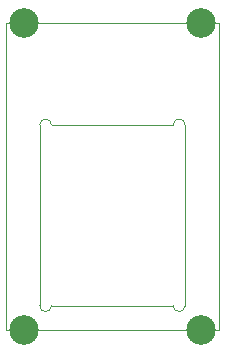
<source format=gbr>
G04 #@! TF.GenerationSoftware,KiCad,Pcbnew,6.0.10+dfsg-1~bpo11+1*
G04 #@! TF.ProjectId,bot,626f742e-6b69-4636-9164-5f7063625858,rev?*
G04 #@! TF.SameCoordinates,Original*
G04 #@! TF.FileFunction,Copper,L2,Bot*
G04 #@! TF.FilePolarity,Positive*
%FSLAX46Y46*%
G04 Gerber Fmt 4.6, Leading zero omitted, Abs format (unit mm)*
%MOMM*%
%LPD*%
G01*
G04 APERTURE LIST*
G04 #@! TA.AperFunction,Profile*
%ADD10C,0.120000*%
G04 #@! TD*
G04 #@! TA.AperFunction,ComponentPad*
%ADD11C,2.500000*%
G04 #@! TD*
G04 APERTURE END LIST*
D10*
X126500000Y-100000000D02*
X144500000Y-100000000D01*
X144500000Y-100000000D02*
X144500000Y-126000000D01*
X144500000Y-126000000D02*
X126500000Y-126000000D01*
X126500000Y-126000000D02*
X126500000Y-100000000D01*
X129350000Y-108650000D02*
X129350000Y-123950000D01*
X140650000Y-108650000D02*
X130350000Y-108650000D01*
X141650000Y-123950000D02*
X141650000Y-108650000D01*
X130350000Y-123950000D02*
X140650000Y-123950000D01*
X141650000Y-108650000D02*
G75*
G03*
X140650000Y-108650000I-500000J0D01*
G01*
X140650000Y-123950000D02*
G75*
G03*
X141650000Y-123950000I500000J0D01*
G01*
X129350000Y-123950000D02*
G75*
G03*
X130350000Y-123950000I500000J0D01*
G01*
X130350000Y-108650000D02*
G75*
G03*
X129350000Y-108650000I-500000J0D01*
G01*
D11*
X128000000Y-100000000D03*
X143000000Y-100000000D03*
X143000000Y-126000000D03*
X128000000Y-126000000D03*
M02*

</source>
